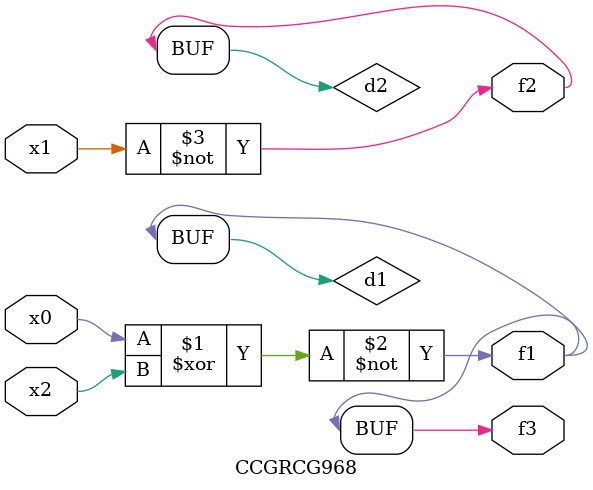
<source format=v>
module CCGRCG968(
	input x0, x1, x2,
	output f1, f2, f3
);

	wire d1, d2, d3;

	xnor (d1, x0, x2);
	nand (d2, x1);
	nor (d3, x1, x2);
	assign f1 = d1;
	assign f2 = d2;
	assign f3 = d1;
endmodule

</source>
